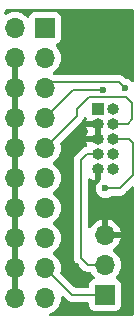
<source format=gbr>
%TF.GenerationSoftware,KiCad,Pcbnew,8.0.4*%
%TF.CreationDate,2024-07-20T22:23:46+08:00*%
%TF.ProjectId,WT_Jlink_Adapter,57545f4a-6c69-46e6-9b5f-416461707465,rev?*%
%TF.SameCoordinates,Original*%
%TF.FileFunction,Copper,L2,Bot*%
%TF.FilePolarity,Positive*%
%FSLAX46Y46*%
G04 Gerber Fmt 4.6, Leading zero omitted, Abs format (unit mm)*
G04 Created by KiCad (PCBNEW 8.0.4) date 2024-07-20 22:23:46*
%MOMM*%
%LPD*%
G01*
G04 APERTURE LIST*
%TA.AperFunction,ComponentPad*%
%ADD10R,1.700000X1.700000*%
%TD*%
%TA.AperFunction,ComponentPad*%
%ADD11O,1.700000X1.700000*%
%TD*%
%TA.AperFunction,ComponentPad*%
%ADD12R,1.000000X1.000000*%
%TD*%
%TA.AperFunction,ComponentPad*%
%ADD13O,1.000000X1.000000*%
%TD*%
%TA.AperFunction,ViaPad*%
%ADD14C,0.600000*%
%TD*%
%TA.AperFunction,Conductor*%
%ADD15C,0.200000*%
%TD*%
G04 APERTURE END LIST*
D10*
%TO.P,J1,1,Pin_1*%
%TO.N,/VTREF*%
X112567000Y-90018000D03*
D11*
%TO.P,J1,2,Pin_2*%
%TO.N,unconnected-(J1-Pin_2-Pad2)*%
X110027000Y-90018000D03*
%TO.P,J1,3,Pin_3*%
%TO.N,unconnected-(J1-Pin_3-Pad3)*%
X112567000Y-92558000D03*
%TO.P,J1,4,Pin_4*%
%TO.N,/GND*%
X110027000Y-92558000D03*
%TO.P,J1,5,Pin_5*%
%TO.N,/TXD-TDI*%
X112567000Y-95098000D03*
%TO.P,J1,6,Pin_6*%
%TO.N,/GND*%
X110027000Y-95098000D03*
%TO.P,J1,7,Pin_7*%
%TO.N,/SWDIO-TMS*%
X112567000Y-97638000D03*
%TO.P,J1,8,Pin_8*%
%TO.N,/GND*%
X110027000Y-97638000D03*
%TO.P,J1,9,Pin_9*%
%TO.N,/SWCLK-TCK*%
X112567000Y-100178000D03*
%TO.P,J1,10,Pin_10*%
%TO.N,/GND*%
X110027000Y-100178000D03*
%TO.P,J1,11,Pin_11*%
%TO.N,unconnected-(J1-Pin_11-Pad11)*%
X112567000Y-102718000D03*
%TO.P,J1,12,Pin_12*%
%TO.N,/GND*%
X110027000Y-102718000D03*
%TO.P,J1,13,Pin_13*%
%TO.N,/SWO-TDO*%
X112567000Y-105258000D03*
%TO.P,J1,14,Pin_14*%
%TO.N,/GND*%
X110027000Y-105258000D03*
%TO.P,J1,15,Pin_15*%
%TO.N,/~{RESET}*%
X112567000Y-107798000D03*
%TO.P,J1,16,Pin_16*%
%TO.N,/GND*%
X110027000Y-107798000D03*
%TO.P,J1,17,Pin_17*%
%TO.N,/RXD*%
X112567000Y-110338000D03*
%TO.P,J1,18,Pin_18*%
%TO.N,/GND*%
X110027000Y-110338000D03*
%TO.P,J1,19,Pin_19*%
%TO.N,unconnected-(J1-Pin_19-Pad19)*%
X112567000Y-112878000D03*
%TO.P,J1,20,Pin_20*%
%TO.N,/GND*%
X110027000Y-112878000D03*
%TD*%
D10*
%TO.P,JP1,1,A*%
%TO.N,/RXD*%
X117647000Y-112609000D03*
D11*
%TO.P,JP1,2,C*%
%TO.N,/PIN7*%
X117647000Y-110069000D03*
%TO.P,JP1,3,B*%
%TO.N,/GND*%
X117647000Y-107529000D03*
%TD*%
D12*
%TO.P,J2,1,Pin_1*%
%TO.N,/VTREF*%
X117012000Y-96876000D03*
D13*
%TO.P,J2,2,Pin_2*%
%TO.N,/SWDIO-TMS*%
X118282000Y-96876000D03*
%TO.P,J2,3,Pin_3*%
%TO.N,/GND*%
X117012000Y-98146000D03*
%TO.P,J2,4,Pin_4*%
%TO.N,/SWCLK-TCK*%
X118282000Y-98146000D03*
%TO.P,J2,5,Pin_5*%
%TO.N,/GND*%
X117012000Y-99416000D03*
%TO.P,J2,6,Pin_6*%
%TO.N,/SWO-TDO*%
X118282000Y-99416000D03*
%TO.P,J2,7,Pin_7*%
%TO.N,/PIN7*%
X117012000Y-100686000D03*
%TO.P,J2,8,Pin_8*%
%TO.N,/TXD-TDI*%
X118282000Y-100686000D03*
%TO.P,J2,9,Pin_9*%
%TO.N,/GND*%
X117012000Y-101956000D03*
%TO.P,J2,10,Pin_10*%
%TO.N,/~{RESET}*%
X118282000Y-101956000D03*
%TD*%
D14*
%TO.N,/GND*%
X114660000Y-103820000D03*
X119660000Y-104060000D03*
X115180000Y-110200000D03*
X114420000Y-106540000D03*
X115080000Y-113860000D03*
X114610000Y-88840000D03*
%TO.N,/SWO-TDO*%
X117682000Y-103607000D03*
%TO.N,/TXD-TDI*%
X119298000Y-95098000D03*
%TO.N,/SWDIO-TMS*%
X117502500Y-95260000D03*
%TD*%
D15*
%TO.N,/GND*%
X110027000Y-92558000D02*
X110027000Y-112878000D01*
%TO.N,/SWO-TDO*%
X118897314Y-103607000D02*
X117682000Y-103607000D01*
X120030000Y-102474314D02*
X118897314Y-103607000D01*
X120030000Y-99797000D02*
X120030000Y-102474314D01*
X118282000Y-99416000D02*
X119649000Y-99416000D01*
X119649000Y-99416000D02*
X120030000Y-99797000D01*
%TO.N,/TXD-TDI*%
X112567000Y-95098000D02*
X113075000Y-94590000D01*
X113075000Y-94590000D02*
X118790000Y-94590000D01*
X118790000Y-94590000D02*
X119298000Y-95098000D01*
%TO.N,/RXD*%
X117647000Y-112609000D02*
X114838000Y-112609000D01*
X114838000Y-112609000D02*
X112567000Y-110338000D01*
%TO.N,/SWDIO-TMS*%
X114945000Y-95260000D02*
X117502500Y-95260000D01*
X112567000Y-97638000D02*
X114945000Y-95260000D01*
%TO.N,/SWCLK-TCK*%
X115234000Y-97511000D02*
X115234000Y-96876000D01*
X112567000Y-100178000D02*
X115234000Y-97511000D01*
X119552000Y-98146000D02*
X118282000Y-98146000D01*
X115234000Y-96876000D02*
X116250000Y-95860000D01*
X116250000Y-95860000D02*
X119425000Y-95860000D01*
X119933000Y-97765000D02*
X119552000Y-98146000D01*
X119425000Y-95860000D02*
X119933000Y-96368000D01*
X119933000Y-96368000D02*
X119933000Y-97765000D01*
%TO.N,/PIN7*%
X116123000Y-100686000D02*
X115615000Y-101194000D01*
X117012000Y-100686000D02*
X116123000Y-100686000D01*
X115615000Y-101194000D02*
X115615000Y-109525000D01*
X115615000Y-109525000D02*
X116159000Y-110069000D01*
X116159000Y-110069000D02*
X117647000Y-110069000D01*
%TD*%
%TA.AperFunction,Conductor*%
%TO.N,/GND*%
G36*
X117262000Y-102856962D02*
G01*
X117242315Y-102924001D01*
X117203973Y-102961955D01*
X117179741Y-102977181D01*
X117179739Y-102977182D01*
X117052184Y-103104737D01*
X116956211Y-103257476D01*
X116896631Y-103427745D01*
X116896630Y-103427750D01*
X116876435Y-103606996D01*
X116876435Y-103607003D01*
X116896630Y-103786249D01*
X116896631Y-103786254D01*
X116956211Y-103956523D01*
X117039814Y-104089575D01*
X117052184Y-104109262D01*
X117179738Y-104236816D01*
X117332478Y-104332789D01*
X117486258Y-104386599D01*
X117502745Y-104392368D01*
X117502750Y-104392369D01*
X117681996Y-104412565D01*
X117682000Y-104412565D01*
X117682004Y-104412565D01*
X117861249Y-104392369D01*
X117861252Y-104392368D01*
X117861255Y-104392368D01*
X118031522Y-104332789D01*
X118184262Y-104236816D01*
X118184267Y-104236810D01*
X118187097Y-104234555D01*
X118189275Y-104233665D01*
X118190158Y-104233111D01*
X118190255Y-104233265D01*
X118251783Y-104208145D01*
X118264412Y-104207500D01*
X118810645Y-104207500D01*
X118810661Y-104207501D01*
X118818257Y-104207501D01*
X118976368Y-104207501D01*
X118976371Y-104207501D01*
X119129099Y-104166577D01*
X119179218Y-104137639D01*
X119266030Y-104087520D01*
X119377834Y-103975716D01*
X119377834Y-103975714D01*
X119388042Y-103965507D01*
X119388043Y-103965504D01*
X119917820Y-103435728D01*
X119979142Y-103402244D01*
X120048834Y-103407228D01*
X120104767Y-103449100D01*
X120129184Y-103514564D01*
X120129500Y-103523410D01*
X120129500Y-114180358D01*
X120109815Y-114247397D01*
X120093181Y-114268039D01*
X119988039Y-114373181D01*
X119926716Y-114406666D01*
X119900358Y-114409500D01*
X113011172Y-114409500D01*
X112944133Y-114389815D01*
X112898378Y-114337011D01*
X112888434Y-114267853D01*
X112917459Y-114204297D01*
X112976237Y-114166523D01*
X112979079Y-114165725D01*
X113013038Y-114156625D01*
X113030663Y-114151903D01*
X113244830Y-114052035D01*
X113438401Y-113916495D01*
X113605495Y-113749401D01*
X113741035Y-113555830D01*
X113840903Y-113341663D01*
X113902063Y-113113408D01*
X113922659Y-112878000D01*
X113920222Y-112850154D01*
X113933987Y-112781657D01*
X113982601Y-112731473D01*
X114050629Y-112715538D01*
X114116473Y-112738911D01*
X114131431Y-112751666D01*
X114353139Y-112973374D01*
X114353149Y-112973385D01*
X114357479Y-112977715D01*
X114357480Y-112977716D01*
X114469284Y-113089520D01*
X114535935Y-113128000D01*
X114556095Y-113139639D01*
X114556097Y-113139641D01*
X114594151Y-113161611D01*
X114606215Y-113168577D01*
X114758943Y-113209501D01*
X114758946Y-113209501D01*
X114924653Y-113209501D01*
X114924669Y-113209500D01*
X116172501Y-113209500D01*
X116239540Y-113229185D01*
X116285295Y-113281989D01*
X116296501Y-113333500D01*
X116296501Y-113506876D01*
X116302908Y-113566483D01*
X116353202Y-113701328D01*
X116353206Y-113701335D01*
X116439452Y-113816544D01*
X116439455Y-113816547D01*
X116554664Y-113902793D01*
X116554671Y-113902797D01*
X116689517Y-113953091D01*
X116689516Y-113953091D01*
X116696444Y-113953835D01*
X116749127Y-113959500D01*
X118544872Y-113959499D01*
X118604483Y-113953091D01*
X118739331Y-113902796D01*
X118854546Y-113816546D01*
X118940796Y-113701331D01*
X118991091Y-113566483D01*
X118997500Y-113506873D01*
X118997499Y-111711128D01*
X118991091Y-111651517D01*
X118983252Y-111630500D01*
X118940797Y-111516671D01*
X118940793Y-111516664D01*
X118854547Y-111401455D01*
X118854544Y-111401452D01*
X118739335Y-111315206D01*
X118739328Y-111315202D01*
X118607917Y-111266189D01*
X118551983Y-111224318D01*
X118527566Y-111158853D01*
X118542418Y-111090580D01*
X118563563Y-111062332D01*
X118685495Y-110940401D01*
X118821035Y-110746830D01*
X118920903Y-110532663D01*
X118982063Y-110304408D01*
X119002659Y-110069000D01*
X118982063Y-109833592D01*
X118920903Y-109605337D01*
X118821035Y-109391171D01*
X118757123Y-109299894D01*
X118685494Y-109197597D01*
X118518402Y-109030506D01*
X118518401Y-109030505D01*
X118332405Y-108900269D01*
X118288781Y-108845692D01*
X118281588Y-108776193D01*
X118313110Y-108713839D01*
X118332405Y-108697119D01*
X118518082Y-108567105D01*
X118685105Y-108400082D01*
X118820600Y-108206578D01*
X118920429Y-107992492D01*
X118920432Y-107992486D01*
X118977636Y-107779000D01*
X118080012Y-107779000D01*
X118112925Y-107721993D01*
X118147000Y-107594826D01*
X118147000Y-107463174D01*
X118112925Y-107336007D01*
X118080012Y-107279000D01*
X118977636Y-107279000D01*
X118977635Y-107278999D01*
X118920432Y-107065513D01*
X118920429Y-107065507D01*
X118820600Y-106851422D01*
X118820599Y-106851420D01*
X118685113Y-106657926D01*
X118685108Y-106657920D01*
X118518082Y-106490894D01*
X118324578Y-106355399D01*
X118110492Y-106255570D01*
X118110486Y-106255567D01*
X117897000Y-106198364D01*
X117897000Y-107095988D01*
X117839993Y-107063075D01*
X117712826Y-107029000D01*
X117581174Y-107029000D01*
X117454007Y-107063075D01*
X117397000Y-107095988D01*
X117397000Y-106198364D01*
X117396999Y-106198364D01*
X117183513Y-106255567D01*
X117183507Y-106255570D01*
X116969422Y-106355399D01*
X116969420Y-106355400D01*
X116775926Y-106490886D01*
X116775920Y-106490891D01*
X116608891Y-106657920D01*
X116608886Y-106657926D01*
X116473400Y-106851420D01*
X116473399Y-106851422D01*
X116451882Y-106897567D01*
X116405710Y-106950006D01*
X116338516Y-106969158D01*
X116271635Y-106948942D01*
X116226300Y-106895777D01*
X116215500Y-106845162D01*
X116215500Y-102858149D01*
X116235185Y-102791110D01*
X116287989Y-102745355D01*
X116357147Y-102735411D01*
X116418166Y-102762297D01*
X116453738Y-102791491D01*
X116627465Y-102884349D01*
X116762000Y-102925159D01*
X116762000Y-102165618D01*
X116812446Y-102216064D01*
X116886555Y-102258851D01*
X116969213Y-102281000D01*
X117054787Y-102281000D01*
X117137445Y-102258851D01*
X117211554Y-102216064D01*
X117262000Y-102165618D01*
X117262000Y-102856962D01*
G37*
%TD.AperFunction*%
%TA.AperFunction,Conductor*%
G36*
X110277000Y-112444988D02*
G01*
X110219993Y-112412075D01*
X110092826Y-112378000D01*
X109961174Y-112378000D01*
X109834007Y-112412075D01*
X109777000Y-112444988D01*
X109777000Y-110771012D01*
X109834007Y-110803925D01*
X109961174Y-110838000D01*
X110092826Y-110838000D01*
X110219993Y-110803925D01*
X110277000Y-110771012D01*
X110277000Y-112444988D01*
G37*
%TD.AperFunction*%
%TA.AperFunction,Conductor*%
G36*
X115995984Y-97534673D02*
G01*
X116049861Y-97579158D01*
X116063352Y-97605324D01*
X116068203Y-97618329D01*
X116068206Y-97618335D01*
X116074561Y-97626824D01*
X116098979Y-97692288D01*
X116085495Y-97755636D01*
X116085981Y-97755838D01*
X116084894Y-97758461D01*
X116084655Y-97759586D01*
X116083650Y-97761464D01*
X116042839Y-97895999D01*
X116042840Y-97896000D01*
X116802382Y-97896000D01*
X116751936Y-97946446D01*
X116709149Y-98020555D01*
X116687000Y-98103213D01*
X116687000Y-98188787D01*
X116709149Y-98271445D01*
X116751936Y-98345554D01*
X116812446Y-98406064D01*
X116886555Y-98448851D01*
X116969213Y-98471000D01*
X117054787Y-98471000D01*
X117137445Y-98448851D01*
X117211554Y-98406064D01*
X117262000Y-98355618D01*
X117262000Y-99206382D01*
X117211554Y-99155936D01*
X117137445Y-99113149D01*
X117054787Y-99091000D01*
X116969213Y-99091000D01*
X116886555Y-99113149D01*
X116812446Y-99155936D01*
X116751936Y-99216446D01*
X116709149Y-99290555D01*
X116687000Y-99373213D01*
X116687000Y-99458787D01*
X116709149Y-99541445D01*
X116751936Y-99615554D01*
X116802382Y-99666000D01*
X116042840Y-99666000D01*
X116083652Y-99800541D01*
X116138885Y-99903874D01*
X116153127Y-99972277D01*
X116128127Y-100037521D01*
X116071822Y-100078891D01*
X116045726Y-100085264D01*
X116043948Y-100085498D01*
X116003019Y-100096464D01*
X116003019Y-100096465D01*
X115965751Y-100106451D01*
X115891214Y-100126423D01*
X115891209Y-100126426D01*
X115754290Y-100205475D01*
X115754282Y-100205481D01*
X115134481Y-100825282D01*
X115134480Y-100825284D01*
X115101659Y-100882132D01*
X115055423Y-100962215D01*
X115014499Y-101114943D01*
X115014499Y-101114945D01*
X115014499Y-101283046D01*
X115014500Y-101283059D01*
X115014500Y-109438330D01*
X115014499Y-109438348D01*
X115014499Y-109604054D01*
X115014498Y-109604054D01*
X115055423Y-109756785D01*
X115067190Y-109777165D01*
X115099768Y-109833592D01*
X115134479Y-109893715D01*
X115253349Y-110012585D01*
X115253355Y-110012590D01*
X115674139Y-110433374D01*
X115674149Y-110433385D01*
X115678479Y-110437715D01*
X115678480Y-110437716D01*
X115790284Y-110549520D01*
X115877095Y-110599639D01*
X115877097Y-110599641D01*
X115915151Y-110621611D01*
X115927215Y-110628577D01*
X116079943Y-110669500D01*
X116357909Y-110669500D01*
X116424948Y-110689185D01*
X116470292Y-110741097D01*
X116472965Y-110746830D01*
X116608501Y-110940396D01*
X116608506Y-110940402D01*
X116730430Y-111062326D01*
X116763915Y-111123649D01*
X116758931Y-111193341D01*
X116717059Y-111249274D01*
X116686083Y-111266189D01*
X116554669Y-111315203D01*
X116554664Y-111315206D01*
X116439455Y-111401452D01*
X116439452Y-111401455D01*
X116353206Y-111516664D01*
X116353202Y-111516671D01*
X116302908Y-111651517D01*
X116297270Y-111703965D01*
X116296501Y-111711123D01*
X116296500Y-111711135D01*
X116296500Y-111884500D01*
X116276815Y-111951539D01*
X116224011Y-111997294D01*
X116172500Y-112008500D01*
X115138097Y-112008500D01*
X115071058Y-111988815D01*
X115050416Y-111972181D01*
X113899766Y-110821531D01*
X113866281Y-110760208D01*
X113867672Y-110701757D01*
X113882878Y-110645007D01*
X113902063Y-110573408D01*
X113922659Y-110338000D01*
X113902063Y-110102592D01*
X113840903Y-109874337D01*
X113741035Y-109660171D01*
X113735731Y-109652595D01*
X113605494Y-109466597D01*
X113438402Y-109299506D01*
X113438396Y-109299501D01*
X113252842Y-109169575D01*
X113209217Y-109114998D01*
X113202023Y-109045500D01*
X113233546Y-108983145D01*
X113252842Y-108966425D01*
X113425266Y-108845692D01*
X113438401Y-108836495D01*
X113605495Y-108669401D01*
X113741035Y-108475830D01*
X113840903Y-108261663D01*
X113902063Y-108033408D01*
X113922659Y-107798000D01*
X113902063Y-107562592D01*
X113855626Y-107389285D01*
X113840905Y-107334344D01*
X113840904Y-107334343D01*
X113840903Y-107334337D01*
X113741035Y-107120171D01*
X113735731Y-107112595D01*
X113605494Y-106926597D01*
X113438402Y-106759506D01*
X113438396Y-106759501D01*
X113252842Y-106629575D01*
X113209217Y-106574998D01*
X113202023Y-106505500D01*
X113233546Y-106443145D01*
X113252842Y-106426425D01*
X113354277Y-106355399D01*
X113438401Y-106296495D01*
X113605495Y-106129401D01*
X113741035Y-105935830D01*
X113840903Y-105721663D01*
X113902063Y-105493408D01*
X113922659Y-105258000D01*
X113902063Y-105022592D01*
X113840903Y-104794337D01*
X113741035Y-104580171D01*
X113735731Y-104572595D01*
X113605494Y-104386597D01*
X113438402Y-104219506D01*
X113438396Y-104219501D01*
X113252842Y-104089575D01*
X113209217Y-104034998D01*
X113202023Y-103965500D01*
X113233546Y-103903145D01*
X113252842Y-103886425D01*
X113395899Y-103786255D01*
X113438401Y-103756495D01*
X113605495Y-103589401D01*
X113741035Y-103395830D01*
X113840903Y-103181663D01*
X113902063Y-102953408D01*
X113922659Y-102718000D01*
X113902063Y-102482592D01*
X113840903Y-102254337D01*
X113741035Y-102040171D01*
X113735731Y-102032595D01*
X113605494Y-101846597D01*
X113438402Y-101679506D01*
X113438396Y-101679501D01*
X113252842Y-101549575D01*
X113209217Y-101494998D01*
X113202023Y-101425500D01*
X113233546Y-101363145D01*
X113252842Y-101346425D01*
X113275026Y-101330891D01*
X113438401Y-101216495D01*
X113605495Y-101049401D01*
X113741035Y-100855830D01*
X113840903Y-100641663D01*
X113902063Y-100413408D01*
X113922659Y-100178000D01*
X113902063Y-99942592D01*
X113867671Y-99814239D01*
X113869334Y-99744393D01*
X113899763Y-99694470D01*
X114428235Y-99165999D01*
X116042839Y-99165999D01*
X116042840Y-99166000D01*
X116762000Y-99166000D01*
X116762000Y-98396000D01*
X116042840Y-98396000D01*
X116083652Y-98530541D01*
X116176503Y-98704253D01*
X116179890Y-98709322D01*
X116178338Y-98710358D01*
X116202242Y-98766661D01*
X116190442Y-98835527D01*
X116179560Y-98852458D01*
X116179890Y-98852678D01*
X116176503Y-98857746D01*
X116083652Y-99031458D01*
X116042839Y-99165999D01*
X114428235Y-99165999D01*
X115714520Y-97879716D01*
X115793577Y-97742784D01*
X115827398Y-97616564D01*
X115863761Y-97556907D01*
X115926608Y-97526378D01*
X115995984Y-97534673D01*
G37*
%TD.AperFunction*%
%TA.AperFunction,Conductor*%
G36*
X110277000Y-109904988D02*
G01*
X110219993Y-109872075D01*
X110092826Y-109838000D01*
X109961174Y-109838000D01*
X109834007Y-109872075D01*
X109777000Y-109904988D01*
X109777000Y-108231012D01*
X109834007Y-108263925D01*
X109961174Y-108298000D01*
X110092826Y-108298000D01*
X110219993Y-108263925D01*
X110277000Y-108231012D01*
X110277000Y-109904988D01*
G37*
%TD.AperFunction*%
%TA.AperFunction,Conductor*%
G36*
X110277000Y-107364988D02*
G01*
X110219993Y-107332075D01*
X110092826Y-107298000D01*
X109961174Y-107298000D01*
X109834007Y-107332075D01*
X109777000Y-107364988D01*
X109777000Y-105691012D01*
X109834007Y-105723925D01*
X109961174Y-105758000D01*
X110092826Y-105758000D01*
X110219993Y-105723925D01*
X110277000Y-105691012D01*
X110277000Y-107364988D01*
G37*
%TD.AperFunction*%
%TA.AperFunction,Conductor*%
G36*
X110277000Y-104824988D02*
G01*
X110219993Y-104792075D01*
X110092826Y-104758000D01*
X109961174Y-104758000D01*
X109834007Y-104792075D01*
X109777000Y-104824988D01*
X109777000Y-103151012D01*
X109834007Y-103183925D01*
X109961174Y-103218000D01*
X110092826Y-103218000D01*
X110219993Y-103183925D01*
X110277000Y-103151012D01*
X110277000Y-104824988D01*
G37*
%TD.AperFunction*%
%TA.AperFunction,Conductor*%
G36*
X110277000Y-102284988D02*
G01*
X110219993Y-102252075D01*
X110092826Y-102218000D01*
X109961174Y-102218000D01*
X109834007Y-102252075D01*
X109777000Y-102284988D01*
X109777000Y-100611012D01*
X109834007Y-100643925D01*
X109961174Y-100678000D01*
X110092826Y-100678000D01*
X110219993Y-100643925D01*
X110277000Y-100611012D01*
X110277000Y-102284988D01*
G37*
%TD.AperFunction*%
%TA.AperFunction,Conductor*%
G36*
X110277000Y-99744988D02*
G01*
X110219993Y-99712075D01*
X110092826Y-99678000D01*
X109961174Y-99678000D01*
X109834007Y-99712075D01*
X109777000Y-99744988D01*
X109777000Y-98071012D01*
X109834007Y-98103925D01*
X109961174Y-98138000D01*
X110092826Y-98138000D01*
X110219993Y-98103925D01*
X110277000Y-98071012D01*
X110277000Y-99744988D01*
G37*
%TD.AperFunction*%
%TA.AperFunction,Conductor*%
G36*
X110277000Y-97204988D02*
G01*
X110219993Y-97172075D01*
X110092826Y-97138000D01*
X109961174Y-97138000D01*
X109834007Y-97172075D01*
X109777000Y-97204988D01*
X109777000Y-95531012D01*
X109834007Y-95563925D01*
X109961174Y-95598000D01*
X110092826Y-95598000D01*
X110219993Y-95563925D01*
X110277000Y-95531012D01*
X110277000Y-97204988D01*
G37*
%TD.AperFunction*%
%TA.AperFunction,Conductor*%
G36*
X110277000Y-94664988D02*
G01*
X110219993Y-94632075D01*
X110092826Y-94598000D01*
X109961174Y-94598000D01*
X109834007Y-94632075D01*
X109777000Y-94664988D01*
X109777000Y-92991012D01*
X109834007Y-93023925D01*
X109961174Y-93058000D01*
X110092826Y-93058000D01*
X110219993Y-93023925D01*
X110277000Y-92991012D01*
X110277000Y-94664988D01*
G37*
%TD.AperFunction*%
%TA.AperFunction,Conductor*%
G36*
X119967397Y-88430185D02*
G01*
X119988039Y-88446819D01*
X120093181Y-88551961D01*
X120126666Y-88613284D01*
X120129500Y-88639642D01*
X120129500Y-94498060D01*
X120109815Y-94565099D01*
X120057011Y-94610854D01*
X119987853Y-94620798D01*
X119924297Y-94591773D01*
X119917819Y-94585741D01*
X119800262Y-94468184D01*
X119647521Y-94372210D01*
X119477249Y-94312630D01*
X119390330Y-94302837D01*
X119325916Y-94275770D01*
X119316533Y-94267298D01*
X119277590Y-94228355D01*
X119277588Y-94228352D01*
X119158717Y-94109481D01*
X119158716Y-94109480D01*
X119071904Y-94059360D01*
X119071904Y-94059359D01*
X119071900Y-94059358D01*
X119021785Y-94030423D01*
X118869057Y-93989499D01*
X118710943Y-93989499D01*
X118703347Y-93989499D01*
X118703331Y-93989500D01*
X113377520Y-93989500D01*
X113310481Y-93969815D01*
X113306413Y-93967085D01*
X113252839Y-93929573D01*
X113209216Y-93874998D01*
X113202022Y-93805500D01*
X113233545Y-93743145D01*
X113252837Y-93726428D01*
X113438401Y-93596495D01*
X113605495Y-93429401D01*
X113741035Y-93235830D01*
X113840903Y-93021663D01*
X113902063Y-92793408D01*
X113922659Y-92558000D01*
X113902063Y-92322592D01*
X113840903Y-92094337D01*
X113741035Y-91880171D01*
X113735730Y-91872595D01*
X113605496Y-91686600D01*
X113605494Y-91686598D01*
X113483567Y-91564671D01*
X113450084Y-91503351D01*
X113455068Y-91433659D01*
X113496939Y-91377725D01*
X113527915Y-91360810D01*
X113659331Y-91311796D01*
X113774546Y-91225546D01*
X113860796Y-91110331D01*
X113911091Y-90975483D01*
X113917500Y-90915873D01*
X113917499Y-89120128D01*
X113911091Y-89060517D01*
X113909810Y-89057083D01*
X113860797Y-88925671D01*
X113860793Y-88925664D01*
X113774547Y-88810455D01*
X113774544Y-88810452D01*
X113659335Y-88724206D01*
X113659328Y-88724202D01*
X113524482Y-88673908D01*
X113524483Y-88673908D01*
X113464883Y-88667501D01*
X113464881Y-88667500D01*
X113464873Y-88667500D01*
X113464864Y-88667500D01*
X111669129Y-88667500D01*
X111669123Y-88667501D01*
X111609516Y-88673908D01*
X111474671Y-88724202D01*
X111474664Y-88724206D01*
X111359455Y-88810452D01*
X111359452Y-88810455D01*
X111273206Y-88925664D01*
X111273203Y-88925669D01*
X111224189Y-89057083D01*
X111182317Y-89113016D01*
X111116853Y-89137433D01*
X111048580Y-89122581D01*
X111020326Y-89101430D01*
X110898402Y-88979506D01*
X110898395Y-88979501D01*
X110704834Y-88843967D01*
X110704830Y-88843965D01*
X110704828Y-88843964D01*
X110490663Y-88744097D01*
X110490659Y-88744096D01*
X110490655Y-88744094D01*
X110262413Y-88682938D01*
X110262403Y-88682936D01*
X110027001Y-88662341D01*
X110026999Y-88662341D01*
X109791596Y-88682936D01*
X109791586Y-88682938D01*
X109563344Y-88744094D01*
X109563335Y-88744098D01*
X109349171Y-88843964D01*
X109349169Y-88843965D01*
X109325623Y-88860453D01*
X109259417Y-88882780D01*
X109191649Y-88865770D01*
X109143837Y-88814821D01*
X109130500Y-88758878D01*
X109130500Y-88639642D01*
X109150185Y-88572603D01*
X109166819Y-88551961D01*
X109271961Y-88446819D01*
X109333284Y-88413334D01*
X109359642Y-88410500D01*
X119900358Y-88410500D01*
X119967397Y-88430185D01*
G37*
%TD.AperFunction*%
%TD*%
M02*

</source>
